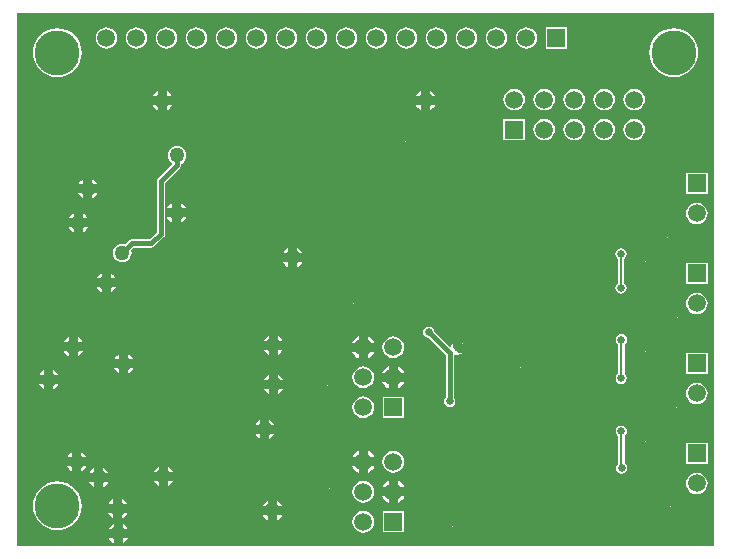
<source format=gbl>
%FSLAX25Y25*%
%MOIN*%
G70*
G01*
G75*
G04 Layer_Physical_Order=2*
G04 Layer_Color=16711680*
%ADD10R,0.07284X0.09252*%
%ADD11R,0.03543X0.02756*%
%ADD12R,0.03543X0.03150*%
%ADD13R,0.09449X0.03937*%
%ADD14R,0.05906X0.03937*%
%ADD15O,0.08661X0.02362*%
%ADD16R,0.03150X0.03543*%
%ADD17O,0.06299X0.01378*%
%ADD18O,0.09055X0.03347*%
%ADD19R,0.09449X0.12992*%
%ADD20R,0.09449X0.03937*%
%ADD21R,0.03937X0.09449*%
%ADD22R,0.03937X0.05906*%
%ADD23R,0.04331X0.06693*%
%ADD24R,0.06693X0.04331*%
%ADD25R,0.24410X0.22835*%
%ADD26R,0.11811X0.06299*%
%ADD27R,0.02362X0.04331*%
%ADD28C,0.01500*%
%ADD29C,0.00800*%
%ADD30C,0.03000*%
%ADD31C,0.01000*%
%ADD32C,0.02500*%
%ADD33C,0.02000*%
%ADD34C,0.15000*%
%ADD35C,0.05906*%
%ADD36R,0.05906X0.05906*%
%ADD37R,0.05906X0.05906*%
%ADD38C,0.05000*%
%ADD39C,0.02500*%
G36*
X334278Y253739D02*
X102222D01*
Y431378D01*
X334278D01*
Y253739D01*
D02*
G37*
%LPC*%
G36*
X247900Y299204D02*
X247778Y299122D01*
X247696Y299000D01*
X247900D01*
Y299204D01*
D02*
G37*
G36*
X250900D02*
Y299000D01*
X251104D01*
X251022Y299122D01*
X250900Y299204D01*
D02*
G37*
G36*
X318800Y299904D02*
X318678Y299822D01*
X318596Y299700D01*
X318800D01*
Y299904D01*
D02*
G37*
G36*
X231053Y303453D02*
X223947D01*
Y296347D01*
X231053D01*
Y303453D01*
D02*
G37*
G36*
X318800Y296700D02*
X318596D01*
X318678Y296578D01*
X318800Y296496D01*
Y296700D01*
D02*
G37*
G36*
X322004D02*
X321800D01*
Y296496D01*
X321922Y296578D01*
X322004Y296700D01*
D02*
G37*
G36*
X321800Y299904D02*
Y299700D01*
X322004D01*
X321922Y299822D01*
X321800Y299904D01*
D02*
G37*
G36*
X186100Y306100D02*
X184433D01*
X184543Y305835D01*
X185104Y305104D01*
X185835Y304543D01*
X186100Y304433D01*
Y306100D01*
D02*
G37*
G36*
X190767D02*
X189100D01*
Y304433D01*
X189365Y304543D01*
X190096Y305104D01*
X190657Y305835D01*
X190767Y306100D01*
D02*
G37*
G36*
X111200Y307600D02*
X109533D01*
X109643Y307335D01*
X110204Y306604D01*
X110935Y306043D01*
X111200Y305933D01*
Y307600D01*
D02*
G37*
G36*
X328700Y308083D02*
X327773Y307961D01*
X326908Y307603D01*
X326166Y307034D01*
X325597Y306292D01*
X325239Y305427D01*
X325117Y304500D01*
X325239Y303573D01*
X325597Y302708D01*
X326166Y301966D01*
X326908Y301397D01*
X327773Y301039D01*
X328700Y300917D01*
X329627Y301039D01*
X330492Y301397D01*
X331234Y301966D01*
X331803Y302708D01*
X332161Y303573D01*
X332283Y304500D01*
X332161Y305427D01*
X331803Y306292D01*
X331234Y307034D01*
X330492Y307603D01*
X329627Y307961D01*
X328700Y308083D01*
D02*
G37*
G36*
X202539Y304039D02*
X202335D01*
X202417Y303917D01*
X202539Y303835D01*
Y304039D01*
D02*
G37*
G36*
X205743D02*
X205539D01*
Y303835D01*
X205661Y303917D01*
X205743Y304039D01*
D02*
G37*
G36*
X314600Y291704D02*
Y291500D01*
X314804D01*
X314722Y291622D01*
X314600Y291704D01*
D02*
G37*
G36*
X240795Y292305D02*
X240591D01*
X240673Y292183D01*
X240795Y292102D01*
Y292305D01*
D02*
G37*
G36*
X243999D02*
X243795D01*
Y292102D01*
X243917Y292183D01*
X243999Y292305D01*
D02*
G37*
G36*
X183195Y291083D02*
X181528D01*
X181638Y290818D01*
X182199Y290087D01*
X182930Y289526D01*
X183195Y289416D01*
Y291083D01*
D02*
G37*
G36*
X187862D02*
X186195D01*
Y289416D01*
X186460Y289526D01*
X187191Y290087D01*
X187752Y290818D01*
X187862Y291083D01*
D02*
G37*
G36*
X311600Y291704D02*
X311478Y291622D01*
X311396Y291500D01*
X311600D01*
Y291704D01*
D02*
G37*
G36*
X183195Y295750D02*
X182930Y295640D01*
X182199Y295079D01*
X181638Y294348D01*
X181528Y294083D01*
X183195D01*
Y295750D01*
D02*
G37*
G36*
X247900Y296000D02*
X247696D01*
X247778Y295878D01*
X247900Y295796D01*
Y296000D01*
D02*
G37*
G36*
X251104D02*
X250900D01*
Y295796D01*
X251022Y295878D01*
X251104Y296000D01*
D02*
G37*
G36*
X217500Y303483D02*
X216573Y303361D01*
X215708Y303003D01*
X214966Y302434D01*
X214397Y301692D01*
X214039Y300827D01*
X213917Y299900D01*
X214039Y298973D01*
X214397Y298108D01*
X214966Y297366D01*
X215708Y296797D01*
X216573Y296439D01*
X217500Y296317D01*
X218427Y296439D01*
X219292Y296797D01*
X220034Y297366D01*
X220603Y298108D01*
X220961Y298973D01*
X221083Y299900D01*
X220961Y300827D01*
X220603Y301692D01*
X220034Y302434D01*
X219292Y303003D01*
X218427Y303361D01*
X217500Y303483D01*
D02*
G37*
G36*
X186195Y295750D02*
Y294083D01*
X187862D01*
X187752Y294348D01*
X187191Y295079D01*
X186460Y295640D01*
X186195Y295750D01*
D02*
G37*
G36*
X240795Y295509D02*
X240673Y295427D01*
X240591Y295305D01*
X240795D01*
Y295509D01*
D02*
G37*
G36*
X243795D02*
Y295305D01*
X243999D01*
X243917Y295427D01*
X243795Y295509D01*
D02*
G37*
G36*
X115867Y307600D02*
X114200D01*
Y305933D01*
X114465Y306043D01*
X115196Y306604D01*
X115757Y307335D01*
X115867Y307600D01*
D02*
G37*
G36*
X229000Y313557D02*
Y311400D01*
X231157D01*
X230953Y311893D01*
X230319Y312719D01*
X229493Y313353D01*
X229000Y313557D01*
D02*
G37*
G36*
X266888Y313304D02*
X266766Y313222D01*
X266684Y313100D01*
X266888D01*
Y313304D01*
D02*
G37*
G36*
X269888D02*
Y313100D01*
X270092D01*
X270010Y313222D01*
X269888Y313304D01*
D02*
G37*
G36*
X136200Y312900D02*
X134533D01*
X134643Y312635D01*
X135204Y311904D01*
X135935Y311343D01*
X136200Y311233D01*
Y312900D01*
D02*
G37*
G36*
X140867D02*
X139200D01*
Y311233D01*
X139465Y311343D01*
X140196Y311904D01*
X140757Y312635D01*
X140867Y312900D01*
D02*
G37*
G36*
X226000Y313557D02*
X225507Y313353D01*
X224681Y312719D01*
X224047Y311893D01*
X223843Y311400D01*
X226000D01*
Y313557D01*
D02*
G37*
G36*
X136200Y317567D02*
X135935Y317457D01*
X135204Y316896D01*
X134643Y316165D01*
X134533Y315900D01*
X136200D01*
Y317567D01*
D02*
G37*
G36*
X227500Y323483D02*
X226573Y323361D01*
X225708Y323003D01*
X224966Y322434D01*
X224397Y321692D01*
X224039Y320827D01*
X223917Y319900D01*
X224039Y318973D01*
X224397Y318108D01*
X224966Y317366D01*
X225708Y316797D01*
X226573Y316439D01*
X227500Y316317D01*
X228427Y316439D01*
X229292Y316797D01*
X230034Y317366D01*
X230603Y318108D01*
X230961Y318973D01*
X231083Y319900D01*
X230961Y320827D01*
X230603Y321692D01*
X230034Y322434D01*
X229292Y323003D01*
X228427Y323361D01*
X227500Y323483D01*
D02*
G37*
G36*
X119300Y318600D02*
X117633D01*
X117743Y318335D01*
X118304Y317604D01*
X119035Y317043D01*
X119300Y316933D01*
Y318600D01*
D02*
G37*
G36*
X123967D02*
X122300D01*
Y316933D01*
X122565Y317043D01*
X123296Y317604D01*
X123857Y318335D01*
X123967Y318600D01*
D02*
G37*
G36*
X139200Y317567D02*
Y315900D01*
X140867D01*
X140757Y316165D01*
X140196Y316896D01*
X139465Y317457D01*
X139200Y317567D01*
D02*
G37*
G36*
X216000Y318400D02*
X213843D01*
X214047Y317907D01*
X214681Y317081D01*
X215507Y316447D01*
X216000Y316243D01*
Y318400D01*
D02*
G37*
G36*
X221157D02*
X219000D01*
Y316243D01*
X219493Y316447D01*
X220319Y317081D01*
X220953Y317907D01*
X221157Y318400D01*
D02*
G37*
G36*
X202539Y307243D02*
X202417Y307161D01*
X202335Y307039D01*
X202539D01*
Y307243D01*
D02*
G37*
G36*
X205539D02*
Y307039D01*
X205743D01*
X205661Y307161D01*
X205539Y307243D01*
D02*
G37*
G36*
X303582Y324304D02*
X302860Y324161D01*
X302248Y323752D01*
X301839Y323140D01*
X301696Y322418D01*
X301839Y321696D01*
X302248Y321084D01*
X302562Y320874D01*
Y311098D01*
X302166Y310834D01*
X301757Y310222D01*
X301614Y309500D01*
X301757Y308778D01*
X302166Y308166D01*
X302778Y307757D01*
X303500Y307614D01*
X304222Y307757D01*
X304834Y308166D01*
X305243Y308778D01*
X305386Y309500D01*
X305243Y310222D01*
X304834Y310834D01*
X304602Y310989D01*
Y320874D01*
X304916Y321084D01*
X305325Y321696D01*
X305468Y322418D01*
X305325Y323140D01*
X304916Y323752D01*
X304304Y324161D01*
X303582Y324304D01*
D02*
G37*
G36*
X226000Y308400D02*
X223843D01*
X224047Y307907D01*
X224681Y307081D01*
X225507Y306447D01*
X226000Y306243D01*
Y308400D01*
D02*
G37*
G36*
X231157D02*
X229000D01*
Y306243D01*
X229493Y306447D01*
X230319Y307081D01*
X230953Y307907D01*
X231157Y308400D01*
D02*
G37*
G36*
X217500Y313483D02*
X216573Y313361D01*
X215708Y313003D01*
X214966Y312434D01*
X214397Y311692D01*
X214039Y310827D01*
X213917Y309900D01*
X214039Y308973D01*
X214397Y308108D01*
X214966Y307366D01*
X215708Y306797D01*
X216573Y306439D01*
X217500Y306317D01*
X218427Y306439D01*
X219292Y306797D01*
X220034Y307366D01*
X220603Y308108D01*
X220961Y308973D01*
X221083Y309900D01*
X220961Y310827D01*
X220603Y311692D01*
X220034Y312434D01*
X219292Y313003D01*
X218427Y313361D01*
X217500Y313483D01*
D02*
G37*
G36*
X186100Y310767D02*
X185835Y310657D01*
X185104Y310096D01*
X184543Y309365D01*
X184433Y309100D01*
X186100D01*
Y310767D01*
D02*
G37*
G36*
X111200Y312267D02*
X110935Y312157D01*
X110204Y311596D01*
X109643Y310865D01*
X109533Y310600D01*
X111200D01*
Y312267D01*
D02*
G37*
G36*
X114200D02*
Y310600D01*
X115867D01*
X115757Y310865D01*
X115196Y311596D01*
X114465Y312157D01*
X114200Y312267D01*
D02*
G37*
G36*
X332253Y318053D02*
X325147D01*
Y310947D01*
X332253D01*
Y318053D01*
D02*
G37*
G36*
X189100Y310767D02*
Y309100D01*
X190767D01*
X190657Y309365D01*
X190096Y310096D01*
X189365Y310657D01*
X189100Y310767D01*
D02*
G37*
G36*
X266888Y310100D02*
X266684D01*
X266766Y309978D01*
X266888Y309896D01*
Y310100D01*
D02*
G37*
G36*
X270092D02*
X269888D01*
Y309896D01*
X270010Y309978D01*
X270092Y310100D01*
D02*
G37*
G36*
X314804Y288500D02*
X314600D01*
Y288296D01*
X314722Y288378D01*
X314804Y288500D01*
D02*
G37*
G36*
X323204Y266900D02*
X323000D01*
Y266696D01*
X323122Y266778D01*
X323204Y266900D01*
D02*
G37*
G36*
X185695Y268650D02*
X185430Y268540D01*
X184698Y267979D01*
X184137Y267248D01*
X184028Y266983D01*
X185695D01*
Y268650D01*
D02*
G37*
G36*
X188695D02*
Y266983D01*
X190362D01*
X190252Y267248D01*
X189691Y267979D01*
X188960Y268540D01*
X188695Y268650D01*
D02*
G37*
G36*
X244251Y263531D02*
X244128Y263449D01*
X244047Y263327D01*
X244251D01*
Y263531D01*
D02*
G37*
G36*
X247251D02*
Y263327D01*
X247454D01*
X247373Y263449D01*
X247251Y263531D01*
D02*
G37*
G36*
X320000Y266900D02*
X319796D01*
X319878Y266778D01*
X320000Y266696D01*
Y266900D01*
D02*
G37*
G36*
X134200Y269267D02*
X133935Y269157D01*
X133204Y268596D01*
X132643Y267865D01*
X132533Y267600D01*
X134200D01*
Y269267D01*
D02*
G37*
G36*
X217500Y275283D02*
X216573Y275161D01*
X215708Y274803D01*
X214966Y274234D01*
X214397Y273492D01*
X214039Y272627D01*
X213917Y271700D01*
X214039Y270773D01*
X214397Y269908D01*
X214966Y269166D01*
X215708Y268597D01*
X216573Y268239D01*
X217500Y268117D01*
X218427Y268239D01*
X219292Y268597D01*
X220034Y269166D01*
X220603Y269908D01*
X220961Y270773D01*
X221083Y271700D01*
X220961Y272627D01*
X220603Y273492D01*
X220034Y274234D01*
X219292Y274803D01*
X218427Y275161D01*
X217500Y275283D01*
D02*
G37*
G36*
X206295Y269795D02*
X206091D01*
X206173Y269673D01*
X206295Y269591D01*
Y269795D01*
D02*
G37*
G36*
X209499D02*
X209295D01*
Y269591D01*
X209417Y269673D01*
X209499Y269795D01*
D02*
G37*
G36*
X137200Y269267D02*
Y267600D01*
X138867D01*
X138757Y267865D01*
X138196Y268596D01*
X137465Y269157D01*
X137200Y269267D01*
D02*
G37*
G36*
X226000Y270200D02*
X223843D01*
X224047Y269707D01*
X224681Y268881D01*
X225507Y268247D01*
X226000Y268043D01*
Y270200D01*
D02*
G37*
G36*
X231157D02*
X229000D01*
Y268043D01*
X229493Y268247D01*
X230319Y268881D01*
X230953Y269707D01*
X231157Y270200D01*
D02*
G37*
G36*
X231053Y265253D02*
X223947D01*
Y258147D01*
X231053D01*
Y265253D01*
D02*
G37*
G36*
X115500Y275139D02*
X113912Y274983D01*
X112385Y274520D01*
X110978Y273767D01*
X109745Y272755D01*
X108732Y271522D01*
X107980Y270115D01*
X107517Y268588D01*
X107361Y267000D01*
X107517Y265412D01*
X107980Y263885D01*
X108732Y262478D01*
X109745Y261245D01*
X110978Y260232D01*
X112385Y259480D01*
X113912Y259017D01*
X115500Y258861D01*
X117088Y259017D01*
X118615Y259480D01*
X120022Y260232D01*
X121255Y261245D01*
X122267Y262478D01*
X123020Y263885D01*
X123483Y265412D01*
X123639Y267000D01*
X123483Y268588D01*
X123020Y270115D01*
X122267Y271522D01*
X121255Y272755D01*
X120022Y273767D01*
X118615Y274520D01*
X117088Y274983D01*
X115500Y275139D01*
D02*
G37*
G36*
X134300Y260967D02*
X134035Y260857D01*
X133304Y260296D01*
X132743Y259565D01*
X132633Y259300D01*
X134300D01*
Y260967D01*
D02*
G37*
G36*
Y256300D02*
X132633D01*
X132743Y256035D01*
X133304Y255304D01*
X134035Y254743D01*
X134300Y254633D01*
Y256300D01*
D02*
G37*
G36*
X138967D02*
X137300D01*
Y254633D01*
X137565Y254743D01*
X138296Y255304D01*
X138857Y256035D01*
X138967Y256300D01*
D02*
G37*
G36*
X217500Y265283D02*
X216573Y265161D01*
X215708Y264803D01*
X214966Y264234D01*
X214397Y263492D01*
X214039Y262627D01*
X213917Y261700D01*
X214039Y260773D01*
X214397Y259908D01*
X214966Y259166D01*
X215708Y258597D01*
X216573Y258239D01*
X217500Y258117D01*
X218427Y258239D01*
X219292Y258597D01*
X220034Y259166D01*
X220603Y259908D01*
X220961Y260773D01*
X221083Y261700D01*
X220961Y262627D01*
X220603Y263492D01*
X220034Y264234D01*
X219292Y264803D01*
X218427Y265161D01*
X217500Y265283D01*
D02*
G37*
G36*
X137300Y260967D02*
Y259300D01*
X138967D01*
X138857Y259565D01*
X138296Y260296D01*
X137565Y260857D01*
X137300Y260967D01*
D02*
G37*
G36*
X190362Y263983D02*
X188695D01*
Y262316D01*
X188960Y262426D01*
X189691Y262987D01*
X190252Y263718D01*
X190362Y263983D01*
D02*
G37*
G36*
X134200Y264600D02*
X132533D01*
X132643Y264335D01*
X133204Y263604D01*
X133935Y263043D01*
X134200Y262933D01*
Y264600D01*
D02*
G37*
G36*
X138867D02*
X137200D01*
Y262933D01*
X137465Y263043D01*
X138196Y263604D01*
X138757Y264335D01*
X138867Y264600D01*
D02*
G37*
G36*
X244251Y260327D02*
X244047D01*
X244128Y260205D01*
X244251Y260123D01*
Y260327D01*
D02*
G37*
G36*
X247454D02*
X247251D01*
Y260123D01*
X247373Y260205D01*
X247454Y260327D01*
D02*
G37*
G36*
X185695Y263983D02*
X184028D01*
X184137Y263718D01*
X184698Y262987D01*
X185430Y262426D01*
X185695Y262316D01*
Y263983D01*
D02*
G37*
G36*
X320000Y270104D02*
X319878Y270022D01*
X319796Y269900D01*
X320000D01*
Y270104D01*
D02*
G37*
G36*
X149400Y280067D02*
X149135Y279957D01*
X148404Y279396D01*
X147843Y278665D01*
X147733Y278400D01*
X149400D01*
Y280067D01*
D02*
G37*
G36*
X152400D02*
Y278400D01*
X154067D01*
X153957Y278665D01*
X153396Y279396D01*
X152665Y279957D01*
X152400Y280067D01*
D02*
G37*
G36*
X120500Y280200D02*
X118833D01*
X118943Y279935D01*
X119504Y279204D01*
X120235Y278643D01*
X120500Y278533D01*
Y280200D01*
D02*
G37*
G36*
X216000D02*
X213843D01*
X214047Y279707D01*
X214681Y278881D01*
X215507Y278247D01*
X216000Y278043D01*
Y280200D01*
D02*
G37*
G36*
X221157D02*
X219000D01*
Y278043D01*
X219493Y278247D01*
X220319Y278881D01*
X220953Y279707D01*
X221157Y280200D01*
D02*
G37*
G36*
X227500Y285283D02*
X226573Y285161D01*
X225708Y284803D01*
X224966Y284234D01*
X224397Y283492D01*
X224039Y282627D01*
X223917Y281700D01*
X224039Y280773D01*
X224397Y279908D01*
X224966Y279166D01*
X225708Y278597D01*
X226573Y278239D01*
X227500Y278117D01*
X228427Y278239D01*
X229292Y278597D01*
X230034Y279166D01*
X230603Y279908D01*
X230961Y280773D01*
X231083Y281700D01*
X230961Y282627D01*
X230603Y283492D01*
X230034Y284234D01*
X229292Y284803D01*
X228427Y285161D01*
X227500Y285283D01*
D02*
G37*
G36*
X125167Y280200D02*
X123500D01*
Y278533D01*
X123765Y278643D01*
X124496Y279204D01*
X125057Y279935D01*
X125167Y280200D01*
D02*
G37*
G36*
X216000Y285357D02*
X215507Y285153D01*
X214681Y284519D01*
X214047Y283693D01*
X213843Y283200D01*
X216000D01*
Y285357D01*
D02*
G37*
G36*
X219000D02*
Y283200D01*
X221157D01*
X220953Y283693D01*
X220319Y284519D01*
X219493Y285153D01*
X219000Y285357D01*
D02*
G37*
G36*
X311600Y288500D02*
X311396D01*
X311478Y288378D01*
X311600Y288296D01*
Y288500D01*
D02*
G37*
G36*
X332253Y288053D02*
X325147D01*
Y280947D01*
X332253D01*
Y288053D01*
D02*
G37*
G36*
X120500Y284867D02*
X120235Y284757D01*
X119504Y284196D01*
X118943Y283465D01*
X118833Y283200D01*
X120500D01*
Y284867D01*
D02*
G37*
G36*
X123500D02*
Y283200D01*
X125167D01*
X125057Y283465D01*
X124496Y284196D01*
X123765Y284757D01*
X123500Y284867D01*
D02*
G37*
G36*
X209295Y272998D02*
Y272795D01*
X209499D01*
X209417Y272917D01*
X209295Y272998D01*
D02*
G37*
G36*
X226000Y275357D02*
X225507Y275153D01*
X224681Y274519D01*
X224047Y273693D01*
X223843Y273200D01*
X226000D01*
Y275357D01*
D02*
G37*
G36*
X229000D02*
Y273200D01*
X231157D01*
X230953Y273693D01*
X230319Y274519D01*
X229493Y275153D01*
X229000Y275357D01*
D02*
G37*
G36*
X323000Y270104D02*
Y269900D01*
X323204D01*
X323122Y270022D01*
X323000Y270104D01*
D02*
G37*
G36*
X328700Y278083D02*
X327773Y277961D01*
X326908Y277603D01*
X326166Y277034D01*
X325597Y276292D01*
X325239Y275427D01*
X325117Y274500D01*
X325239Y273573D01*
X325597Y272708D01*
X326166Y271966D01*
X326908Y271397D01*
X327773Y271039D01*
X328700Y270917D01*
X329627Y271039D01*
X330492Y271397D01*
X331234Y271966D01*
X331803Y272708D01*
X332161Y273573D01*
X332283Y274500D01*
X332161Y275427D01*
X331803Y276292D01*
X331234Y277034D01*
X330492Y277603D01*
X329627Y277961D01*
X328700Y278083D01*
D02*
G37*
G36*
X206295Y272998D02*
X206173Y272917D01*
X206091Y272795D01*
X206295D01*
Y272998D01*
D02*
G37*
G36*
X127900Y275000D02*
X126233D01*
X126343Y274735D01*
X126904Y274004D01*
X127635Y273443D01*
X127900Y273333D01*
Y275000D01*
D02*
G37*
G36*
X303582Y293768D02*
X302860Y293624D01*
X302248Y293216D01*
X301839Y292604D01*
X301696Y291882D01*
X301839Y291160D01*
X302248Y290548D01*
X302562Y290338D01*
Y281132D01*
X302266Y280934D01*
X301857Y280322D01*
X301714Y279600D01*
X301857Y278878D01*
X302266Y278266D01*
X302878Y277857D01*
X303600Y277714D01*
X304322Y277857D01*
X304934Y278266D01*
X305343Y278878D01*
X305486Y279600D01*
X305343Y280322D01*
X304934Y280934D01*
X304602Y281156D01*
Y290338D01*
X304916Y290548D01*
X305325Y291160D01*
X305468Y291882D01*
X305325Y292604D01*
X304916Y293216D01*
X304304Y293624D01*
X303582Y293768D01*
D02*
G37*
G36*
X127900Y279667D02*
X127635Y279557D01*
X126904Y278996D01*
X126343Y278265D01*
X126233Y278000D01*
X127900D01*
Y279667D01*
D02*
G37*
G36*
X130900D02*
Y278000D01*
X132567D01*
X132457Y278265D01*
X131896Y278996D01*
X131165Y279557D01*
X130900Y279667D01*
D02*
G37*
G36*
X132567Y275000D02*
X130900D01*
Y273333D01*
X131165Y273443D01*
X131896Y274004D01*
X132457Y274735D01*
X132567Y275000D01*
D02*
G37*
G36*
X149400Y275400D02*
X147733D01*
X147843Y275135D01*
X148404Y274404D01*
X149135Y273843D01*
X149400Y273733D01*
Y275400D01*
D02*
G37*
G36*
X154067D02*
X152400D01*
Y273733D01*
X152665Y273843D01*
X153396Y274404D01*
X153957Y275135D01*
X154067Y275400D01*
D02*
G37*
G36*
X307800Y395983D02*
X306873Y395861D01*
X306008Y395503D01*
X305266Y394934D01*
X304697Y394192D01*
X304339Y393327D01*
X304217Y392400D01*
X304339Y391473D01*
X304697Y390608D01*
X305266Y389866D01*
X306008Y389297D01*
X306873Y388939D01*
X307800Y388817D01*
X308727Y388939D01*
X309592Y389297D01*
X310334Y389866D01*
X310903Y390608D01*
X311261Y391473D01*
X311383Y392400D01*
X311261Y393327D01*
X310903Y394192D01*
X310334Y394934D01*
X309592Y395503D01*
X308727Y395861D01*
X307800Y395983D01*
D02*
G37*
G36*
X271353Y395953D02*
X264247D01*
Y388847D01*
X271353D01*
Y395953D01*
D02*
G37*
G36*
X231600Y391804D02*
X231478Y391722D01*
X231396Y391600D01*
X231600D01*
Y391804D01*
D02*
G37*
G36*
X277800Y395983D02*
X276873Y395861D01*
X276008Y395503D01*
X275266Y394934D01*
X274697Y394192D01*
X274339Y393327D01*
X274217Y392400D01*
X274339Y391473D01*
X274697Y390608D01*
X275266Y389866D01*
X276008Y389297D01*
X276873Y388939D01*
X277800Y388817D01*
X278727Y388939D01*
X279592Y389297D01*
X280334Y389866D01*
X280903Y390608D01*
X281261Y391473D01*
X281383Y392400D01*
X281261Y393327D01*
X280903Y394192D01*
X280334Y394934D01*
X279592Y395503D01*
X278727Y395861D01*
X277800Y395983D01*
D02*
G37*
G36*
X287800D02*
X286873Y395861D01*
X286008Y395503D01*
X285266Y394934D01*
X284697Y394192D01*
X284339Y393327D01*
X284217Y392400D01*
X284339Y391473D01*
X284697Y390608D01*
X285266Y389866D01*
X286008Y389297D01*
X286873Y388939D01*
X287800Y388817D01*
X288727Y388939D01*
X289592Y389297D01*
X290334Y389866D01*
X290903Y390608D01*
X291261Y391473D01*
X291383Y392400D01*
X291261Y393327D01*
X290903Y394192D01*
X290334Y394934D01*
X289592Y395503D01*
X288727Y395861D01*
X287800Y395983D01*
D02*
G37*
G36*
X297800D02*
X296873Y395861D01*
X296008Y395503D01*
X295266Y394934D01*
X294697Y394192D01*
X294339Y393327D01*
X294217Y392400D01*
X294339Y391473D01*
X294697Y390608D01*
X295266Y389866D01*
X296008Y389297D01*
X296873Y388939D01*
X297800Y388817D01*
X298727Y388939D01*
X299592Y389297D01*
X300334Y389866D01*
X300903Y390608D01*
X301261Y391473D01*
X301383Y392400D01*
X301261Y393327D01*
X300903Y394192D01*
X300334Y394934D01*
X299592Y395503D01*
X298727Y395861D01*
X297800Y395983D01*
D02*
G37*
G36*
X234600Y391804D02*
Y391600D01*
X234804D01*
X234722Y391722D01*
X234600Y391804D01*
D02*
G37*
G36*
X277800Y405983D02*
X276873Y405861D01*
X276008Y405503D01*
X275266Y404934D01*
X274697Y404192D01*
X274339Y403327D01*
X274217Y402400D01*
X274339Y401473D01*
X274697Y400608D01*
X275266Y399866D01*
X276008Y399297D01*
X276873Y398939D01*
X277800Y398817D01*
X278727Y398939D01*
X279592Y399297D01*
X280334Y399866D01*
X280903Y400608D01*
X281261Y401473D01*
X281383Y402400D01*
X281261Y403327D01*
X280903Y404192D01*
X280334Y404934D01*
X279592Y405503D01*
X278727Y405861D01*
X277800Y405983D01*
D02*
G37*
G36*
X287800D02*
X286873Y405861D01*
X286008Y405503D01*
X285266Y404934D01*
X284697Y404192D01*
X284339Y403327D01*
X284217Y402400D01*
X284339Y401473D01*
X284697Y400608D01*
X285266Y399866D01*
X286008Y399297D01*
X286873Y398939D01*
X287800Y398817D01*
X288727Y398939D01*
X289592Y399297D01*
X290334Y399866D01*
X290903Y400608D01*
X291261Y401473D01*
X291383Y402400D01*
X291261Y403327D01*
X290903Y404192D01*
X290334Y404934D01*
X289592Y405503D01*
X288727Y405861D01*
X287800Y405983D01*
D02*
G37*
G36*
X297800D02*
X296873Y405861D01*
X296008Y405503D01*
X295266Y404934D01*
X294697Y404192D01*
X294339Y403327D01*
X294217Y402400D01*
X294339Y401473D01*
X294697Y400608D01*
X295266Y399866D01*
X296008Y399297D01*
X296873Y398939D01*
X297800Y398817D01*
X298727Y398939D01*
X299592Y399297D01*
X300334Y399866D01*
X300903Y400608D01*
X301261Y401473D01*
X301383Y402400D01*
X301261Y403327D01*
X300903Y404192D01*
X300334Y404934D01*
X299592Y405503D01*
X298727Y405861D01*
X297800Y405983D01*
D02*
G37*
G36*
X248100Y391804D02*
X247978Y391722D01*
X247896Y391600D01*
X248100D01*
Y391804D01*
D02*
G37*
G36*
X251100D02*
Y391600D01*
X251304D01*
X251222Y391722D01*
X251100Y391804D01*
D02*
G37*
G36*
X267800Y405983D02*
X266873Y405861D01*
X266008Y405503D01*
X265266Y404934D01*
X264697Y404192D01*
X264339Y403327D01*
X264217Y402400D01*
X264339Y401473D01*
X264697Y400608D01*
X265266Y399866D01*
X266008Y399297D01*
X266873Y398939D01*
X267800Y398817D01*
X268727Y398939D01*
X269592Y399297D01*
X270334Y399866D01*
X270903Y400608D01*
X271261Y401473D01*
X271383Y402400D01*
X271261Y403327D01*
X270903Y404192D01*
X270334Y404934D01*
X269592Y405503D01*
X268727Y405861D01*
X267800Y405983D01*
D02*
G37*
G36*
X251304Y388600D02*
X251100D01*
Y388396D01*
X251222Y388478D01*
X251304Y388600D01*
D02*
G37*
G36*
X267604Y374600D02*
X267400D01*
Y374396D01*
X267522Y374478D01*
X267604Y374600D01*
D02*
G37*
G36*
X264400Y377804D02*
X264278Y377722D01*
X264196Y377600D01*
X264400D01*
Y377804D01*
D02*
G37*
G36*
X267400D02*
Y377600D01*
X267604D01*
X267522Y377722D01*
X267400Y377804D01*
D02*
G37*
G36*
X124200Y375867D02*
X123935Y375757D01*
X123204Y375196D01*
X122643Y374465D01*
X122533Y374200D01*
X124200D01*
Y375867D01*
D02*
G37*
G36*
X127200D02*
Y374200D01*
X128867D01*
X128757Y374465D01*
X128196Y375196D01*
X127465Y375757D01*
X127200Y375867D01*
D02*
G37*
G36*
X264400Y374600D02*
X264196D01*
X264278Y374478D01*
X264400Y374396D01*
Y374600D01*
D02*
G37*
G36*
X312400Y378700D02*
X312196D01*
X312278Y378578D01*
X312400Y378496D01*
Y378700D01*
D02*
G37*
G36*
X231600Y388600D02*
X231396D01*
X231478Y388478D01*
X231600Y388396D01*
Y388600D01*
D02*
G37*
G36*
X234804D02*
X234600D01*
Y388396D01*
X234722Y388478D01*
X234804Y388600D01*
D02*
G37*
G36*
X248100D02*
X247896D01*
X247978Y388478D01*
X248100Y388396D01*
Y388600D01*
D02*
G37*
G36*
X315604Y378700D02*
X315400D01*
Y378496D01*
X315522Y378578D01*
X315604Y378700D01*
D02*
G37*
G36*
X312400Y381904D02*
X312278Y381822D01*
X312196Y381700D01*
X312400D01*
Y381904D01*
D02*
G37*
G36*
X315400D02*
Y381700D01*
X315604D01*
X315522Y381822D01*
X315400Y381904D01*
D02*
G37*
G36*
X191900Y426583D02*
X190973Y426461D01*
X190108Y426103D01*
X189366Y425534D01*
X188797Y424792D01*
X188439Y423927D01*
X188317Y423000D01*
X188439Y422073D01*
X188797Y421208D01*
X189366Y420466D01*
X190108Y419897D01*
X190973Y419539D01*
X191900Y419417D01*
X192827Y419539D01*
X193692Y419897D01*
X194434Y420466D01*
X195003Y421208D01*
X195361Y422073D01*
X195483Y423000D01*
X195361Y423927D01*
X195003Y424792D01*
X194434Y425534D01*
X193692Y426103D01*
X192827Y426461D01*
X191900Y426583D01*
D02*
G37*
G36*
X201900D02*
X200973Y426461D01*
X200108Y426103D01*
X199366Y425534D01*
X198797Y424792D01*
X198439Y423927D01*
X198317Y423000D01*
X198439Y422073D01*
X198797Y421208D01*
X199366Y420466D01*
X200108Y419897D01*
X200973Y419539D01*
X201900Y419417D01*
X202827Y419539D01*
X203692Y419897D01*
X204434Y420466D01*
X205003Y421208D01*
X205361Y422073D01*
X205483Y423000D01*
X205361Y423927D01*
X205003Y424792D01*
X204434Y425534D01*
X203692Y426103D01*
X202827Y426461D01*
X201900Y426583D01*
D02*
G37*
G36*
X211900D02*
X210973Y426461D01*
X210108Y426103D01*
X209366Y425534D01*
X208797Y424792D01*
X208439Y423927D01*
X208317Y423000D01*
X208439Y422073D01*
X208797Y421208D01*
X209366Y420466D01*
X210108Y419897D01*
X210973Y419539D01*
X211900Y419417D01*
X212827Y419539D01*
X213692Y419897D01*
X214434Y420466D01*
X215003Y421208D01*
X215361Y422073D01*
X215483Y423000D01*
X215361Y423927D01*
X215003Y424792D01*
X214434Y425534D01*
X213692Y426103D01*
X212827Y426461D01*
X211900Y426583D01*
D02*
G37*
G36*
X161900D02*
X160973Y426461D01*
X160108Y426103D01*
X159366Y425534D01*
X158797Y424792D01*
X158439Y423927D01*
X158317Y423000D01*
X158439Y422073D01*
X158797Y421208D01*
X159366Y420466D01*
X160108Y419897D01*
X160973Y419539D01*
X161900Y419417D01*
X162827Y419539D01*
X163692Y419897D01*
X164434Y420466D01*
X165003Y421208D01*
X165361Y422073D01*
X165483Y423000D01*
X165361Y423927D01*
X165003Y424792D01*
X164434Y425534D01*
X163692Y426103D01*
X162827Y426461D01*
X161900Y426583D01*
D02*
G37*
G36*
X171900D02*
X170973Y426461D01*
X170108Y426103D01*
X169366Y425534D01*
X168797Y424792D01*
X168439Y423927D01*
X168317Y423000D01*
X168439Y422073D01*
X168797Y421208D01*
X169366Y420466D01*
X170108Y419897D01*
X170973Y419539D01*
X171900Y419417D01*
X172827Y419539D01*
X173692Y419897D01*
X174434Y420466D01*
X175003Y421208D01*
X175361Y422073D01*
X175483Y423000D01*
X175361Y423927D01*
X175003Y424792D01*
X174434Y425534D01*
X173692Y426103D01*
X172827Y426461D01*
X171900Y426583D01*
D02*
G37*
G36*
X181900D02*
X180973Y426461D01*
X180108Y426103D01*
X179366Y425534D01*
X178797Y424792D01*
X178439Y423927D01*
X178317Y423000D01*
X178439Y422073D01*
X178797Y421208D01*
X179366Y420466D01*
X180108Y419897D01*
X180973Y419539D01*
X181900Y419417D01*
X182827Y419539D01*
X183692Y419897D01*
X184434Y420466D01*
X185003Y421208D01*
X185361Y422073D01*
X185483Y423000D01*
X185361Y423927D01*
X185003Y424792D01*
X184434Y425534D01*
X183692Y426103D01*
X182827Y426461D01*
X181900Y426583D01*
D02*
G37*
G36*
X221900D02*
X220973Y426461D01*
X220108Y426103D01*
X219366Y425534D01*
X218797Y424792D01*
X218439Y423927D01*
X218317Y423000D01*
X218439Y422073D01*
X218797Y421208D01*
X219366Y420466D01*
X220108Y419897D01*
X220973Y419539D01*
X221900Y419417D01*
X222827Y419539D01*
X223692Y419897D01*
X224434Y420466D01*
X225003Y421208D01*
X225361Y422073D01*
X225483Y423000D01*
X225361Y423927D01*
X225003Y424792D01*
X224434Y425534D01*
X223692Y426103D01*
X222827Y426461D01*
X221900Y426583D01*
D02*
G37*
G36*
X261900D02*
X260973Y426461D01*
X260108Y426103D01*
X259366Y425534D01*
X258797Y424792D01*
X258439Y423927D01*
X258317Y423000D01*
X258439Y422073D01*
X258797Y421208D01*
X259366Y420466D01*
X260108Y419897D01*
X260973Y419539D01*
X261900Y419417D01*
X262827Y419539D01*
X263692Y419897D01*
X264434Y420466D01*
X265003Y421208D01*
X265361Y422073D01*
X265483Y423000D01*
X265361Y423927D01*
X265003Y424792D01*
X264434Y425534D01*
X263692Y426103D01*
X262827Y426461D01*
X261900Y426583D01*
D02*
G37*
G36*
X271900D02*
X270973Y426461D01*
X270108Y426103D01*
X269366Y425534D01*
X268797Y424792D01*
X268439Y423927D01*
X268317Y423000D01*
X268439Y422073D01*
X268797Y421208D01*
X269366Y420466D01*
X270108Y419897D01*
X270973Y419539D01*
X271900Y419417D01*
X272827Y419539D01*
X273692Y419897D01*
X274434Y420466D01*
X275003Y421208D01*
X275361Y422073D01*
X275483Y423000D01*
X275361Y423927D01*
X275003Y424792D01*
X274434Y425534D01*
X273692Y426103D01*
X272827Y426461D01*
X271900Y426583D01*
D02*
G37*
G36*
X285453Y426553D02*
X278347D01*
Y419447D01*
X285453D01*
Y426553D01*
D02*
G37*
G36*
X231900Y426583D02*
X230973Y426461D01*
X230108Y426103D01*
X229366Y425534D01*
X228797Y424792D01*
X228439Y423927D01*
X228317Y423000D01*
X228439Y422073D01*
X228797Y421208D01*
X229366Y420466D01*
X230108Y419897D01*
X230973Y419539D01*
X231900Y419417D01*
X232827Y419539D01*
X233692Y419897D01*
X234434Y420466D01*
X235003Y421208D01*
X235361Y422073D01*
X235483Y423000D01*
X235361Y423927D01*
X235003Y424792D01*
X234434Y425534D01*
X233692Y426103D01*
X232827Y426461D01*
X231900Y426583D01*
D02*
G37*
G36*
X241900D02*
X240973Y426461D01*
X240108Y426103D01*
X239366Y425534D01*
X238797Y424792D01*
X238439Y423927D01*
X238317Y423000D01*
X238439Y422073D01*
X238797Y421208D01*
X239366Y420466D01*
X240108Y419897D01*
X240973Y419539D01*
X241900Y419417D01*
X242827Y419539D01*
X243692Y419897D01*
X244434Y420466D01*
X245003Y421208D01*
X245361Y422073D01*
X245483Y423000D01*
X245361Y423927D01*
X245003Y424792D01*
X244434Y425534D01*
X243692Y426103D01*
X242827Y426461D01*
X241900Y426583D01*
D02*
G37*
G36*
X251900D02*
X250973Y426461D01*
X250108Y426103D01*
X249366Y425534D01*
X248797Y424792D01*
X248439Y423927D01*
X248317Y423000D01*
X248439Y422073D01*
X248797Y421208D01*
X249366Y420466D01*
X250108Y419897D01*
X250973Y419539D01*
X251900Y419417D01*
X252827Y419539D01*
X253692Y419897D01*
X254434Y420466D01*
X255003Y421208D01*
X255361Y422073D01*
X255483Y423000D01*
X255361Y423927D01*
X255003Y424792D01*
X254434Y425534D01*
X253692Y426103D01*
X252827Y426461D01*
X251900Y426583D01*
D02*
G37*
G36*
X151900D02*
X150973Y426461D01*
X150108Y426103D01*
X149366Y425534D01*
X148797Y424792D01*
X148439Y423927D01*
X148317Y423000D01*
X148439Y422073D01*
X148797Y421208D01*
X149366Y420466D01*
X150108Y419897D01*
X150973Y419539D01*
X151900Y419417D01*
X152827Y419539D01*
X153692Y419897D01*
X154434Y420466D01*
X155003Y421208D01*
X155361Y422073D01*
X155483Y423000D01*
X155361Y423927D01*
X155003Y424792D01*
X154434Y425534D01*
X153692Y426103D01*
X152827Y426461D01*
X151900Y426583D01*
D02*
G37*
G36*
X236800Y400700D02*
X235133D01*
X235243Y400435D01*
X235804Y399704D01*
X236535Y399143D01*
X236800Y399033D01*
Y400700D01*
D02*
G37*
G36*
X241467D02*
X239800D01*
Y399033D01*
X240065Y399143D01*
X240796Y399704D01*
X241357Y400435D01*
X241467Y400700D01*
D02*
G37*
G36*
X149000Y405267D02*
X148735Y405157D01*
X148004Y404596D01*
X147443Y403865D01*
X147333Y403600D01*
X149000D01*
Y405267D01*
D02*
G37*
G36*
X307800Y405983D02*
X306873Y405861D01*
X306008Y405503D01*
X305266Y404934D01*
X304697Y404192D01*
X304339Y403327D01*
X304217Y402400D01*
X304339Y401473D01*
X304697Y400608D01*
X305266Y399866D01*
X306008Y399297D01*
X306873Y398939D01*
X307800Y398817D01*
X308727Y398939D01*
X309592Y399297D01*
X310334Y399866D01*
X310903Y400608D01*
X311261Y401473D01*
X311383Y402400D01*
X311261Y403327D01*
X310903Y404192D01*
X310334Y404934D01*
X309592Y405503D01*
X308727Y405861D01*
X307800Y405983D01*
D02*
G37*
G36*
X149000Y400600D02*
X147333D01*
X147443Y400335D01*
X148004Y399604D01*
X148735Y399043D01*
X149000Y398933D01*
Y400600D01*
D02*
G37*
G36*
X153667D02*
X152000D01*
Y398933D01*
X152265Y399043D01*
X152996Y399604D01*
X153557Y400335D01*
X153667Y400600D01*
D02*
G37*
G36*
X152000Y405267D02*
Y403600D01*
X153667D01*
X153557Y403865D01*
X152996Y404596D01*
X152265Y405157D01*
X152000Y405267D01*
D02*
G37*
G36*
X321000Y426239D02*
X319412Y426083D01*
X317885Y425620D01*
X316478Y424867D01*
X315245Y423855D01*
X314232Y422622D01*
X313480Y421215D01*
X313017Y419688D01*
X312861Y418100D01*
X313017Y416512D01*
X313480Y414985D01*
X314232Y413578D01*
X315245Y412345D01*
X316478Y411333D01*
X317885Y410580D01*
X319412Y410117D01*
X321000Y409961D01*
X322588Y410117D01*
X324115Y410580D01*
X325522Y411333D01*
X326755Y412345D01*
X327767Y413578D01*
X328520Y414985D01*
X328983Y416512D01*
X329139Y418100D01*
X328983Y419688D01*
X328520Y421215D01*
X327767Y422622D01*
X326755Y423855D01*
X325522Y424867D01*
X324115Y425620D01*
X322588Y426083D01*
X321000Y426239D01*
D02*
G37*
G36*
X131900Y426583D02*
X130973Y426461D01*
X130108Y426103D01*
X129366Y425534D01*
X128797Y424792D01*
X128439Y423927D01*
X128317Y423000D01*
X128439Y422073D01*
X128797Y421208D01*
X129366Y420466D01*
X130108Y419897D01*
X130973Y419539D01*
X131900Y419417D01*
X132827Y419539D01*
X133692Y419897D01*
X134434Y420466D01*
X135003Y421208D01*
X135361Y422073D01*
X135483Y423000D01*
X135361Y423927D01*
X135003Y424792D01*
X134434Y425534D01*
X133692Y426103D01*
X132827Y426461D01*
X131900Y426583D01*
D02*
G37*
G36*
X141900D02*
X140973Y426461D01*
X140108Y426103D01*
X139366Y425534D01*
X138797Y424792D01*
X138439Y423927D01*
X138317Y423000D01*
X138439Y422073D01*
X138797Y421208D01*
X139366Y420466D01*
X140108Y419897D01*
X140973Y419539D01*
X141900Y419417D01*
X142827Y419539D01*
X143692Y419897D01*
X144434Y420466D01*
X145003Y421208D01*
X145361Y422073D01*
X145483Y423000D01*
X145361Y423927D01*
X145003Y424792D01*
X144434Y425534D01*
X143692Y426103D01*
X142827Y426461D01*
X141900Y426583D01*
D02*
G37*
G36*
X236800Y405367D02*
X236535Y405257D01*
X235804Y404696D01*
X235243Y403965D01*
X235133Y403700D01*
X236800D01*
Y405367D01*
D02*
G37*
G36*
X239800D02*
Y403700D01*
X241467D01*
X241357Y403965D01*
X240796Y404696D01*
X240065Y405257D01*
X239800Y405367D01*
D02*
G37*
G36*
X115500Y426239D02*
X113912Y426083D01*
X112385Y425620D01*
X110978Y424867D01*
X109745Y423855D01*
X108732Y422622D01*
X107980Y421215D01*
X107517Y419688D01*
X107361Y418100D01*
X107517Y416512D01*
X107980Y414985D01*
X108732Y413578D01*
X109745Y412345D01*
X110978Y411333D01*
X112385Y410580D01*
X113912Y410117D01*
X115500Y409961D01*
X117088Y410117D01*
X118615Y410580D01*
X120022Y411333D01*
X121255Y412345D01*
X122267Y413578D01*
X123020Y414985D01*
X123483Y416512D01*
X123639Y418100D01*
X123483Y419688D01*
X123020Y421215D01*
X122267Y422622D01*
X121255Y423855D01*
X120022Y424867D01*
X118615Y425620D01*
X117088Y426083D01*
X115500Y426239D01*
D02*
G37*
G36*
X322200Y329904D02*
Y329700D01*
X322404D01*
X322322Y329822D01*
X322200Y329904D01*
D02*
G37*
G36*
X328700Y338083D02*
X327773Y337961D01*
X326908Y337603D01*
X326166Y337034D01*
X325597Y336292D01*
X325239Y335427D01*
X325117Y334500D01*
X325239Y333573D01*
X325597Y332708D01*
X326166Y331966D01*
X326908Y331397D01*
X327773Y331039D01*
X328700Y330917D01*
X329627Y331039D01*
X330492Y331397D01*
X331234Y331966D01*
X331803Y332708D01*
X332161Y333573D01*
X332283Y334500D01*
X332161Y335427D01*
X331803Y336292D01*
X331234Y337034D01*
X330492Y337603D01*
X329627Y337961D01*
X328700Y338083D01*
D02*
G37*
G36*
X214300Y334600D02*
X214096D01*
X214178Y334478D01*
X214300Y334396D01*
Y334600D01*
D02*
G37*
G36*
X319200Y326700D02*
X318996D01*
X319078Y326578D01*
X319200Y326496D01*
Y326700D01*
D02*
G37*
G36*
X322404D02*
X322200D01*
Y326496D01*
X322322Y326578D01*
X322404Y326700D01*
D02*
G37*
G36*
X319200Y329904D02*
X319078Y329822D01*
X318996Y329700D01*
X319200D01*
Y329904D01*
D02*
G37*
G36*
X217504Y334600D02*
X217300D01*
Y334396D01*
X217422Y334478D01*
X217504Y334600D01*
D02*
G37*
G36*
X130300Y339800D02*
X128633D01*
X128743Y339535D01*
X129304Y338804D01*
X130035Y338243D01*
X130300Y338133D01*
Y339800D01*
D02*
G37*
G36*
X134967D02*
X133300D01*
Y338133D01*
X133565Y338243D01*
X134296Y338804D01*
X134857Y339535D01*
X134967Y339800D01*
D02*
G37*
G36*
X332253Y348053D02*
X325147D01*
Y340947D01*
X332253D01*
Y348053D01*
D02*
G37*
G36*
X214300Y337804D02*
X214178Y337722D01*
X214096Y337600D01*
X214300D01*
Y337804D01*
D02*
G37*
G36*
X217300D02*
Y337600D01*
X217504D01*
X217422Y337722D01*
X217300Y337804D01*
D02*
G37*
G36*
X303400Y352886D02*
X302678Y352743D01*
X302066Y352334D01*
X301657Y351722D01*
X301514Y351000D01*
X301657Y350278D01*
X302066Y349666D01*
X302380Y349456D01*
Y341144D01*
X302066Y340934D01*
X301657Y340322D01*
X301514Y339600D01*
X301657Y338878D01*
X302066Y338266D01*
X302678Y337857D01*
X303400Y337714D01*
X304122Y337857D01*
X304734Y338266D01*
X305143Y338878D01*
X305286Y339600D01*
X305143Y340322D01*
X304734Y340934D01*
X304420Y341144D01*
Y349456D01*
X304734Y349666D01*
X305143Y350278D01*
X305286Y351000D01*
X305143Y351722D01*
X304734Y352334D01*
X304122Y352743D01*
X303400Y352886D01*
D02*
G37*
G36*
X189000Y323767D02*
Y322100D01*
X190667D01*
X190557Y322365D01*
X189996Y323096D01*
X189265Y323657D01*
X189000Y323767D01*
D02*
G37*
G36*
X311600Y318500D02*
X311396D01*
X311478Y318378D01*
X311600Y318296D01*
Y318500D01*
D02*
G37*
G36*
X314804D02*
X314600D01*
Y318296D01*
X314722Y318378D01*
X314804Y318500D01*
D02*
G37*
G36*
X250500Y321304D02*
Y321100D01*
X250704D01*
X250622Y321222D01*
X250500Y321304D01*
D02*
G37*
G36*
X239300Y326786D02*
X238578Y326643D01*
X237966Y326234D01*
X237557Y325622D01*
X237414Y324900D01*
X237557Y324178D01*
X237966Y323566D01*
X238578Y323157D01*
X239225Y323029D01*
X244923Y317330D01*
Y303070D01*
X244557Y302522D01*
X244414Y301800D01*
X244557Y301078D01*
X244966Y300466D01*
X245578Y300057D01*
X246300Y299914D01*
X247022Y300057D01*
X247634Y300466D01*
X248043Y301078D01*
X248186Y301800D01*
X248043Y302522D01*
X247676Y303070D01*
Y317248D01*
X248117Y317484D01*
X248122Y317480D01*
X249000Y317306D01*
X249878Y317480D01*
X250622Y317978D01*
X250704Y318100D01*
X249000D01*
Y319600D01*
X247500D01*
Y321304D01*
X247378Y321222D01*
X246881Y320478D01*
X246783Y319987D01*
X246304Y319842D01*
X241171Y324975D01*
X241043Y325622D01*
X240634Y326234D01*
X240022Y326643D01*
X239300Y326786D01*
D02*
G37*
G36*
X186000Y319100D02*
X184333D01*
X184443Y318835D01*
X185004Y318104D01*
X185735Y317543D01*
X186000Y317433D01*
Y319100D01*
D02*
G37*
G36*
X190667D02*
X189000D01*
Y317433D01*
X189265Y317543D01*
X189996Y318104D01*
X190557Y318835D01*
X190667Y319100D01*
D02*
G37*
G36*
X216000Y323557D02*
X215507Y323353D01*
X214681Y322719D01*
X214047Y321893D01*
X213843Y321400D01*
X216000D01*
Y323557D01*
D02*
G37*
G36*
X119300Y323267D02*
X119035Y323157D01*
X118304Y322596D01*
X117743Y321865D01*
X117633Y321600D01*
X119300D01*
Y323267D01*
D02*
G37*
G36*
X122300D02*
Y321600D01*
X123967D01*
X123857Y321865D01*
X123296Y322596D01*
X122565Y323157D01*
X122300Y323267D01*
D02*
G37*
G36*
X186000Y323767D02*
X185735Y323657D01*
X185004Y323096D01*
X184443Y322365D01*
X184333Y322100D01*
X186000D01*
Y323767D01*
D02*
G37*
G36*
X219000Y323557D02*
Y321400D01*
X221157D01*
X220953Y321893D01*
X220319Y322719D01*
X219493Y323353D01*
X219000Y323557D01*
D02*
G37*
G36*
X311600Y321704D02*
X311478Y321622D01*
X311396Y321500D01*
X311600D01*
Y321704D01*
D02*
G37*
G36*
X314600D02*
Y321500D01*
X314804D01*
X314722Y321622D01*
X314600Y321704D01*
D02*
G37*
G36*
X328700Y368083D02*
X327773Y367961D01*
X326908Y367603D01*
X326166Y367034D01*
X325597Y366292D01*
X325239Y365427D01*
X325117Y364500D01*
X325239Y363573D01*
X325597Y362708D01*
X326166Y361966D01*
X326908Y361397D01*
X327773Y361039D01*
X328700Y360917D01*
X329627Y361039D01*
X330492Y361397D01*
X331234Y361966D01*
X331803Y362708D01*
X332161Y363573D01*
X332283Y364500D01*
X332161Y365427D01*
X331803Y366292D01*
X331234Y367034D01*
X330492Y367603D01*
X329627Y367961D01*
X328700Y368083D01*
D02*
G37*
G36*
X153800Y363200D02*
X152133D01*
X152243Y362935D01*
X152804Y362204D01*
X153535Y361643D01*
X153800Y361533D01*
Y363200D01*
D02*
G37*
G36*
X158467D02*
X156800D01*
Y361533D01*
X157065Y361643D01*
X157796Y362204D01*
X158357Y362935D01*
X158467Y363200D01*
D02*
G37*
G36*
X125667Y359800D02*
X124000D01*
Y358133D01*
X124265Y358243D01*
X124996Y358804D01*
X125557Y359535D01*
X125667Y359800D01*
D02*
G37*
G36*
X319000Y359704D02*
X318878Y359622D01*
X318796Y359500D01*
X319000D01*
Y359704D01*
D02*
G37*
G36*
X322000D02*
Y359500D01*
X322204D01*
X322122Y359622D01*
X322000Y359704D01*
D02*
G37*
G36*
X121000Y364467D02*
X120735Y364357D01*
X120004Y363796D01*
X119443Y363065D01*
X119333Y362800D01*
X121000D01*
Y364467D01*
D02*
G37*
G36*
X124200Y371200D02*
X122533D01*
X122643Y370935D01*
X123204Y370204D01*
X123935Y369643D01*
X124200Y369533D01*
Y371200D01*
D02*
G37*
G36*
X128867D02*
X127200D01*
Y369533D01*
X127465Y369643D01*
X128196Y370204D01*
X128757Y370935D01*
X128867Y371200D01*
D02*
G37*
G36*
X332253Y378053D02*
X325147D01*
Y370947D01*
X332253D01*
Y378053D01*
D02*
G37*
G36*
X124000Y364467D02*
Y362800D01*
X125667D01*
X125557Y363065D01*
X124996Y363796D01*
X124265Y364357D01*
X124000Y364467D01*
D02*
G37*
G36*
X153800Y367867D02*
X153535Y367757D01*
X152804Y367196D01*
X152243Y366465D01*
X152133Y366200D01*
X153800D01*
Y367867D01*
D02*
G37*
G36*
X156800D02*
Y366200D01*
X158467D01*
X158357Y366465D01*
X157796Y367196D01*
X157065Y367757D01*
X156800Y367867D01*
D02*
G37*
G36*
X121000Y359800D02*
X119333D01*
X119443Y359535D01*
X120004Y358804D01*
X120735Y358243D01*
X121000Y358133D01*
Y359800D01*
D02*
G37*
G36*
X197167Y348300D02*
X195500D01*
Y346633D01*
X195765Y346743D01*
X196496Y347304D01*
X197057Y348035D01*
X197167Y348300D01*
D02*
G37*
G36*
X311600Y348600D02*
X311396D01*
X311478Y348478D01*
X311600Y348396D01*
Y348600D01*
D02*
G37*
G36*
X314804D02*
X314600D01*
Y348396D01*
X314722Y348478D01*
X314804Y348600D01*
D02*
G37*
G36*
X130300Y344467D02*
X130035Y344357D01*
X129304Y343796D01*
X128743Y343065D01*
X128633Y342800D01*
X130300D01*
Y344467D01*
D02*
G37*
G36*
X133300D02*
Y342800D01*
X134967D01*
X134857Y343065D01*
X134296Y343796D01*
X133565Y344357D01*
X133300Y344467D01*
D02*
G37*
G36*
X192500Y348300D02*
X190833D01*
X190943Y348035D01*
X191504Y347304D01*
X192235Y346743D01*
X192500Y346633D01*
Y348300D01*
D02*
G37*
G36*
Y352967D02*
X192235Y352857D01*
X191504Y352296D01*
X190943Y351565D01*
X190833Y351300D01*
X192500D01*
Y352967D01*
D02*
G37*
G36*
X155400Y386927D02*
X154591Y386820D01*
X153837Y386508D01*
X153189Y386011D01*
X152692Y385363D01*
X152380Y384609D01*
X152273Y383800D01*
X152380Y382991D01*
X152692Y382237D01*
X153189Y381589D01*
X153597Y381276D01*
X153630Y380777D01*
X149027Y376173D01*
X148728Y375727D01*
X148624Y375200D01*
Y358170D01*
X146330Y355876D01*
X140400D01*
X139873Y355772D01*
X139694Y355652D01*
X139427Y355473D01*
X139427Y355473D01*
X138196Y354243D01*
X138009Y354320D01*
X137200Y354427D01*
X136391Y354320D01*
X135637Y354008D01*
X134989Y353511D01*
X134492Y352863D01*
X134180Y352109D01*
X134073Y351300D01*
X134180Y350491D01*
X134492Y349737D01*
X134989Y349089D01*
X135637Y348592D01*
X136391Y348280D01*
X137200Y348173D01*
X138009Y348280D01*
X138763Y348592D01*
X139411Y349089D01*
X139908Y349737D01*
X140220Y350491D01*
X140327Y351300D01*
X140220Y352109D01*
X140143Y352296D01*
X140970Y353123D01*
X146900D01*
X147427Y353228D01*
X147873Y353527D01*
X150973Y356627D01*
X151272Y357073D01*
X151376Y357600D01*
X151376Y357600D01*
X151376Y357600D01*
Y357600D01*
Y363865D01*
X151377Y363865D01*
Y365535D01*
X151376Y365535D01*
Y374630D01*
X156373Y379627D01*
X156373Y379627D01*
X156552Y379894D01*
X156672Y380073D01*
X156776Y380600D01*
X156776Y380600D01*
X156776Y380600D01*
Y380600D01*
Y381015D01*
X156963Y381092D01*
X157611Y381589D01*
X158108Y382237D01*
X158420Y382991D01*
X158527Y383800D01*
X158420Y384609D01*
X158108Y385363D01*
X157611Y386011D01*
X156963Y386508D01*
X156209Y386820D01*
X155400Y386927D01*
D02*
G37*
G36*
X319000Y356500D02*
X318796D01*
X318878Y356378D01*
X319000Y356296D01*
Y356500D01*
D02*
G37*
G36*
X322204D02*
X322000D01*
Y356296D01*
X322122Y356378D01*
X322204Y356500D01*
D02*
G37*
G36*
X195500Y352967D02*
Y351300D01*
X197167D01*
X197057Y351565D01*
X196496Y352296D01*
X195765Y352857D01*
X195500Y352967D01*
D02*
G37*
G36*
X311600Y351804D02*
X311478Y351722D01*
X311396Y351600D01*
X311600D01*
Y351804D01*
D02*
G37*
G36*
X314600D02*
Y351600D01*
X314804D01*
X314722Y351722D01*
X314600Y351804D01*
D02*
G37*
%LPD*%
D28*
X155400Y380600D02*
Y383800D01*
X150000Y375200D02*
X155400Y380600D01*
X150000Y357600D02*
Y375200D01*
X146900Y354500D02*
X150000Y357600D01*
X140400Y354500D02*
X146900D01*
X137200Y351300D02*
X140400Y354500D01*
X239300Y324900D02*
X246300Y317900D01*
Y301800D02*
Y317900D01*
D29*
X303400Y339600D02*
Y351000D01*
X303582Y309500D02*
Y322418D01*
Y279600D02*
Y291882D01*
D34*
X115500Y418100D02*
D03*
Y267000D02*
D03*
X321000Y418100D02*
D03*
D35*
X307800Y402400D02*
D03*
Y392400D02*
D03*
X297800Y402400D02*
D03*
Y392400D02*
D03*
X287800Y402400D02*
D03*
Y392400D02*
D03*
X277800Y402400D02*
D03*
Y392400D02*
D03*
X267800Y402400D02*
D03*
X217500Y261700D02*
D03*
X227500Y271700D02*
D03*
X217500D02*
D03*
X227500Y281700D02*
D03*
X217500D02*
D03*
X271900Y423000D02*
D03*
X261900D02*
D03*
X251900D02*
D03*
X241900D02*
D03*
X231900D02*
D03*
X221900D02*
D03*
X211900D02*
D03*
X201900D02*
D03*
X191900D02*
D03*
X181900D02*
D03*
X171900D02*
D03*
X161900D02*
D03*
X151900D02*
D03*
X141900D02*
D03*
X131900D02*
D03*
X217500Y299900D02*
D03*
X227500Y309900D02*
D03*
X217500D02*
D03*
X227500Y319900D02*
D03*
X217500D02*
D03*
X328700Y364500D02*
D03*
Y334500D02*
D03*
Y304500D02*
D03*
Y274500D02*
D03*
D36*
X267800Y392400D02*
D03*
X281900Y423000D02*
D03*
D37*
X227500Y261700D02*
D03*
Y299900D02*
D03*
X328700Y374500D02*
D03*
Y344500D02*
D03*
Y314500D02*
D03*
Y284500D02*
D03*
D38*
X184695Y292583D02*
D03*
X150900Y276900D02*
D03*
X187195Y265483D02*
D03*
X137700Y314400D02*
D03*
X187500Y320600D02*
D03*
X150500Y402100D02*
D03*
X238300Y402200D02*
D03*
X155400Y383800D02*
D03*
X187600Y307600D02*
D03*
X137200Y351300D02*
D03*
X120800Y320100D02*
D03*
X112700Y309100D02*
D03*
X122000Y281700D02*
D03*
X129400Y276500D02*
D03*
X135700Y266100D02*
D03*
X135800Y257800D02*
D03*
X125700Y372700D02*
D03*
X131800Y341300D02*
D03*
X122500Y361300D02*
D03*
X155300Y364700D02*
D03*
X194000Y349800D02*
D03*
D39*
X249400Y297500D02*
D03*
X265900Y376100D02*
D03*
X215800Y336100D02*
D03*
X303400Y351000D02*
D03*
Y339600D02*
D03*
X303582Y322418D02*
D03*
X303500Y309500D02*
D03*
X233100Y390100D02*
D03*
X249600D02*
D03*
X245751Y261827D02*
D03*
X242295Y293805D02*
D03*
X303582Y291882D02*
D03*
X303600Y279600D02*
D03*
X321500Y268400D02*
D03*
X313100Y290000D02*
D03*
X320300Y298200D02*
D03*
X313100Y320000D02*
D03*
X320700Y328200D02*
D03*
X313100Y350100D02*
D03*
X320500Y358000D02*
D03*
X313900Y380200D02*
D03*
X249000Y319600D02*
D03*
X268388Y311600D02*
D03*
X207795Y271295D02*
D03*
X204039Y305539D02*
D03*
X246300Y301800D02*
D03*
X239300Y324900D02*
D03*
M02*

</source>
